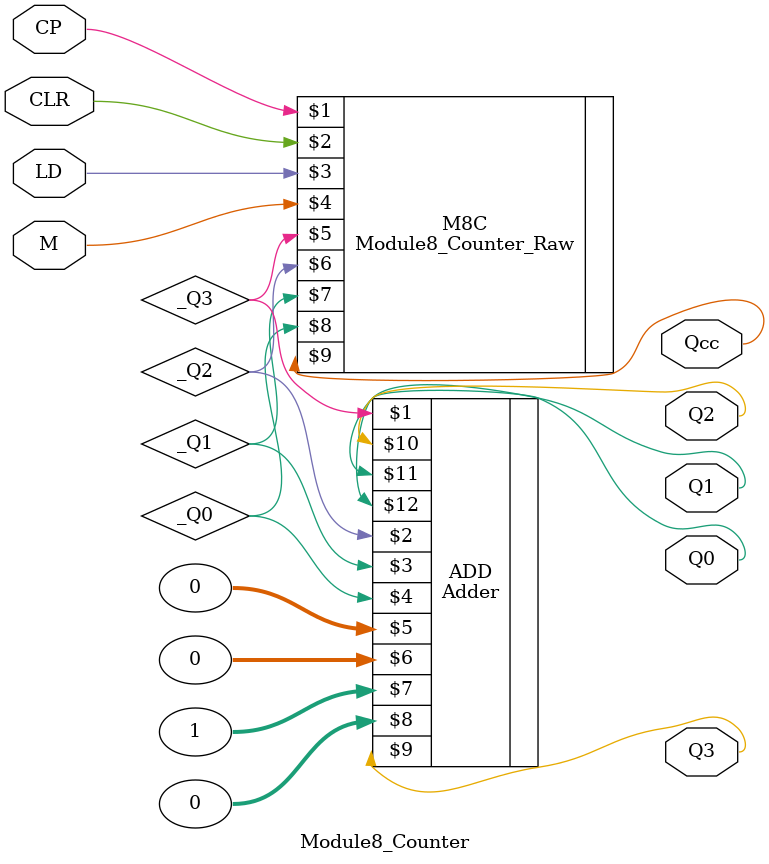
<source format=v>
`timescale 1ns / 1ps


module Module8_Counter(CP,CLR,LD,M,Q3,Q2,Q1,Q0,Qcc);
    input CP;
    input CLR;
    input LD;
    input M;
    output Q3;
    output Q2;
    output Q1;
    output Q0;
    output Qcc;
    
    wire _Q3,_Q2,_Q1,_Q0;
    Module8_Counter_Raw M8C(CP,CLR,LD,M,_Q3,_Q2,_Q1,_Q0,Qcc);
    Adder ADD(_Q3,_Q2,_Q1,_Q0,0,0,1,0,Q3,Q2,Q1,Q0);
endmodule

</source>
